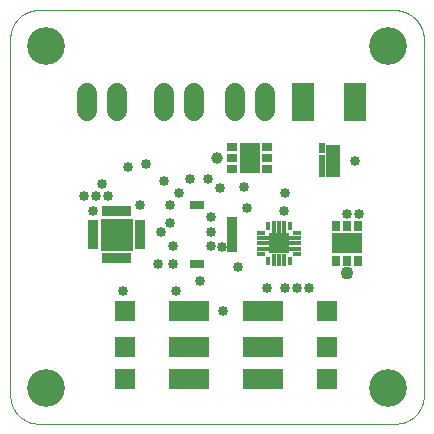
<source format=gts>
G04 EAGLE Gerber RS-274X export*
G75*
%MOMM*%
%FSLAX35Y35*%
%LPD*%
%INsolder_mask_top*%
%IPPOS*%
%AMOC8*
5,1,8,0,0,1.08239X$1,22.5*%
G01*
%ADD10C,0.000000*%
%ADD11R,1.703200X2.503200*%
%ADD12R,0.913200X0.663200*%
%ADD13R,2.703200X2.703200*%
%ADD14R,0.503200X0.953200*%
%ADD15R,0.953200X0.503200*%
%ADD16R,1.153200X2.703200*%
%ADD17R,0.503200X1.973200*%
%ADD18R,0.503200X0.853200*%
%ADD19C,1.703200*%
%ADD20R,1.703200X1.703200*%
%ADD21R,0.453200X1.003200*%
%ADD22R,1.003200X0.453200*%
%ADD23R,0.753200X0.453200*%
%ADD24R,0.453200X0.753200*%
%ADD25R,0.903200X0.503200*%
%ADD26R,1.203200X0.803200*%
%ADD27R,1.903200X3.203200*%
%ADD28R,1.803200X1.803200*%
%ADD29R,2.503200X1.703200*%
%ADD30R,0.663200X0.913200*%
%ADD31C,0.853200*%
%ADD32C,3.203200*%
%ADD33C,1.003200*%
%ADD34C,1.103200*%


D10*
X250000Y0D02*
X3250000Y0D01*
X3500000Y225000D02*
X3500000Y3275000D01*
X3225000Y3500000D02*
X250000Y3500000D01*
X0Y3275000D02*
X0Y225000D01*
X0Y3275000D02*
X371Y3280735D01*
X881Y3286460D01*
X1529Y3292170D01*
X2315Y3297864D01*
X3238Y3303536D01*
X4298Y3309185D01*
X5494Y3314806D01*
X6826Y3320397D01*
X8292Y3325954D01*
X9892Y3331474D01*
X11626Y3336954D01*
X13491Y3342390D01*
X15487Y3347780D01*
X17612Y3353120D01*
X19866Y3358406D01*
X22247Y3363637D01*
X24754Y3368809D01*
X27385Y3373919D01*
X30138Y3378963D01*
X33013Y3383940D01*
X36007Y3388846D01*
X39119Y3393678D01*
X42347Y3398433D01*
X45688Y3403109D01*
X49142Y3407703D01*
X52706Y3412212D01*
X56377Y3416633D01*
X60154Y3420965D01*
X64035Y3425204D01*
X68018Y3429348D01*
X72099Y3433395D01*
X76276Y3437342D01*
X80548Y3441186D01*
X84912Y3444927D01*
X89365Y3448561D01*
X93904Y3452086D01*
X98527Y3455500D01*
X103231Y3458802D01*
X108014Y3461989D01*
X112872Y3465060D01*
X117803Y3468012D01*
X122804Y3470844D01*
X127872Y3473555D01*
X133003Y3476142D01*
X138196Y3478605D01*
X143447Y3480942D01*
X148753Y3483150D01*
X154111Y3485230D01*
X159517Y3487180D01*
X164969Y3488999D01*
X170463Y3490686D01*
X175997Y3492239D01*
X181566Y3493658D01*
X187168Y3494942D01*
X192799Y3496090D01*
X198457Y3497102D01*
X204137Y3497977D01*
X209837Y3498715D01*
X215553Y3499314D01*
X221281Y3499775D01*
X227020Y3500098D01*
X232764Y3500282D01*
X238511Y3500327D01*
X244257Y3500233D01*
X250000Y3500000D01*
X3225000Y3500000D02*
X3231143Y3500538D01*
X3237297Y3500926D01*
X3243459Y3501162D01*
X3249625Y3501247D01*
X3255791Y3501180D01*
X3261953Y3500962D01*
X3268109Y3500594D01*
X3274253Y3500074D01*
X3280383Y3499403D01*
X3286494Y3498582D01*
X3292584Y3497612D01*
X3298648Y3496492D01*
X3304682Y3495224D01*
X3310684Y3493808D01*
X3316649Y3492246D01*
X3322574Y3490537D01*
X3328455Y3488684D01*
X3334289Y3486686D01*
X3340072Y3484546D01*
X3345801Y3482265D01*
X3351472Y3479844D01*
X3357083Y3477285D01*
X3362628Y3474588D01*
X3368106Y3471757D01*
X3373512Y3468792D01*
X3378845Y3465694D01*
X3384099Y3462467D01*
X3389273Y3459113D01*
X3394363Y3455632D01*
X3399366Y3452027D01*
X3404279Y3448300D01*
X3409099Y3444454D01*
X3413823Y3440491D01*
X3418449Y3436414D01*
X3422973Y3432224D01*
X3427393Y3427924D01*
X3431706Y3423517D01*
X3435909Y3419005D01*
X3440001Y3414392D01*
X3443978Y3409679D01*
X3447839Y3404871D01*
X3451580Y3399969D01*
X3455199Y3394977D01*
X3458695Y3389897D01*
X3462066Y3384733D01*
X3465309Y3379489D01*
X3468422Y3374166D01*
X3471403Y3368768D01*
X3474251Y3363299D01*
X3476964Y3357761D01*
X3479540Y3352159D01*
X3481978Y3346495D01*
X3484276Y3340773D01*
X3486433Y3334996D01*
X3488448Y3329168D01*
X3490319Y3323292D01*
X3492045Y3317372D01*
X3493626Y3311412D01*
X3495060Y3305415D01*
X3496346Y3299384D01*
X3497484Y3293323D01*
X3498472Y3287237D01*
X3499311Y3281128D01*
X3500000Y3275000D01*
X3500000Y225000D02*
X3499629Y219265D01*
X3499119Y213540D01*
X3498471Y207830D01*
X3497685Y202136D01*
X3496762Y196464D01*
X3495702Y190815D01*
X3494506Y185194D01*
X3493174Y179603D01*
X3491708Y174046D01*
X3490108Y168526D01*
X3488374Y163046D01*
X3486509Y157610D01*
X3484513Y152220D01*
X3482388Y146880D01*
X3480134Y141594D01*
X3477753Y136363D01*
X3475246Y131191D01*
X3472615Y126081D01*
X3469862Y121037D01*
X3466987Y116060D01*
X3463993Y111154D01*
X3460881Y106322D01*
X3457653Y101567D01*
X3454312Y96891D01*
X3450858Y92297D01*
X3447294Y87788D01*
X3443623Y83367D01*
X3439846Y79035D01*
X3435965Y74796D01*
X3431982Y70652D01*
X3427901Y66605D01*
X3423724Y62658D01*
X3419452Y58814D01*
X3415088Y55073D01*
X3410635Y51439D01*
X3406096Y47914D01*
X3401473Y44500D01*
X3396769Y41198D01*
X3391986Y38011D01*
X3387128Y34940D01*
X3382197Y31988D01*
X3377196Y29156D01*
X3372128Y26445D01*
X3366997Y23858D01*
X3361804Y21395D01*
X3356553Y19058D01*
X3351247Y16850D01*
X3345889Y14770D01*
X3340483Y12820D01*
X3335031Y11001D01*
X3329537Y9314D01*
X3324003Y7761D01*
X3318434Y6342D01*
X3312832Y5058D01*
X3307201Y3910D01*
X3301543Y2898D01*
X3295863Y2023D01*
X3290163Y1285D01*
X3284447Y686D01*
X3278719Y225D01*
X3272980Y-98D01*
X3267236Y-282D01*
X3261489Y-327D01*
X3255743Y-233D01*
X3250000Y0D01*
X250000Y0D02*
X244257Y-233D01*
X238511Y-327D01*
X232764Y-282D01*
X227020Y-98D01*
X221281Y225D01*
X215553Y686D01*
X209837Y1285D01*
X204137Y2023D01*
X198457Y2898D01*
X192799Y3910D01*
X187168Y5058D01*
X181566Y6342D01*
X175997Y7761D01*
X170463Y9314D01*
X164969Y11001D01*
X159517Y12820D01*
X154111Y14770D01*
X148753Y16850D01*
X143447Y19058D01*
X138196Y21395D01*
X133003Y23858D01*
X127872Y26445D01*
X122804Y29156D01*
X117803Y31988D01*
X112872Y34940D01*
X108014Y38011D01*
X103231Y41198D01*
X98527Y44500D01*
X93904Y47914D01*
X89365Y51439D01*
X84912Y55073D01*
X80548Y58814D01*
X76276Y62658D01*
X72099Y66605D01*
X68018Y70652D01*
X64035Y74796D01*
X60154Y79035D01*
X56377Y83367D01*
X52706Y87788D01*
X49142Y92297D01*
X45688Y96891D01*
X42347Y101567D01*
X39119Y106322D01*
X36007Y111154D01*
X33013Y116060D01*
X30138Y121037D01*
X27385Y126081D01*
X24754Y131191D01*
X22247Y136363D01*
X19866Y141594D01*
X17612Y146880D01*
X15487Y152220D01*
X13491Y157610D01*
X11626Y163046D01*
X9892Y168526D01*
X8292Y174046D01*
X6826Y179603D01*
X5494Y185194D01*
X4298Y190815D01*
X3238Y196464D01*
X2315Y202136D01*
X1529Y207830D01*
X881Y213540D01*
X371Y219265D01*
X0Y225000D01*
X3225000Y3500000D02*
X3231143Y3500538D01*
X3237297Y3500926D01*
X3243459Y3501162D01*
X3249625Y3501247D01*
X3255791Y3501180D01*
X3261953Y3500962D01*
X3268109Y3500594D01*
X3274253Y3500074D01*
X3280383Y3499403D01*
X3286494Y3498582D01*
X3292584Y3497612D01*
X3298648Y3496492D01*
X3304682Y3495224D01*
X3310684Y3493808D01*
X3316649Y3492246D01*
X3322574Y3490537D01*
X3328455Y3488684D01*
X3334289Y3486686D01*
X3340072Y3484546D01*
X3345801Y3482265D01*
X3351472Y3479844D01*
X3357083Y3477285D01*
X3362628Y3474588D01*
X3368106Y3471757D01*
X3373512Y3468792D01*
X3378845Y3465694D01*
X3384099Y3462467D01*
X3389273Y3459113D01*
X3394363Y3455632D01*
X3399366Y3452027D01*
X3404279Y3448300D01*
X3409099Y3444454D01*
X3413823Y3440491D01*
X3418449Y3436414D01*
X3422973Y3432224D01*
X3427393Y3427924D01*
X3431706Y3423517D01*
X3435909Y3419005D01*
X3440001Y3414392D01*
X3443978Y3409679D01*
X3447839Y3404871D01*
X3451580Y3399969D01*
X3455199Y3394977D01*
X3458695Y3389897D01*
X3462066Y3384733D01*
X3465309Y3379489D01*
X3468422Y3374166D01*
X3471403Y3368768D01*
X3474251Y3363299D01*
X3476964Y3357761D01*
X3479540Y3352159D01*
X3481978Y3346495D01*
X3484276Y3340773D01*
X3486433Y3334996D01*
X3488448Y3329168D01*
X3490319Y3323292D01*
X3492045Y3317372D01*
X3493626Y3311412D01*
X3495060Y3305415D01*
X3496346Y3299384D01*
X3497484Y3293323D01*
X3498472Y3287237D01*
X3499311Y3281128D01*
X3500000Y3275000D01*
X3500000Y225000D02*
X3499629Y219265D01*
X3499119Y213540D01*
X3498471Y207830D01*
X3497685Y202136D01*
X3496762Y196464D01*
X3495702Y190815D01*
X3494506Y185194D01*
X3493174Y179603D01*
X3491708Y174046D01*
X3490108Y168526D01*
X3488374Y163046D01*
X3486509Y157610D01*
X3484513Y152220D01*
X3482388Y146880D01*
X3480134Y141594D01*
X3477753Y136363D01*
X3475246Y131191D01*
X3472615Y126081D01*
X3469862Y121037D01*
X3466987Y116060D01*
X3463993Y111154D01*
X3460881Y106322D01*
X3457653Y101567D01*
X3454312Y96891D01*
X3450858Y92297D01*
X3447294Y87788D01*
X3443623Y83367D01*
X3439846Y79035D01*
X3435965Y74796D01*
X3431982Y70652D01*
X3427901Y66605D01*
X3423724Y62658D01*
X3419452Y58814D01*
X3415088Y55073D01*
X3410635Y51439D01*
X3406096Y47914D01*
X3401473Y44500D01*
X3396769Y41198D01*
X3391986Y38011D01*
X3387128Y34940D01*
X3382197Y31988D01*
X3377196Y29156D01*
X3372128Y26445D01*
X3366997Y23858D01*
X3361804Y21395D01*
X3356553Y19058D01*
X3351247Y16850D01*
X3345889Y14770D01*
X3340483Y12820D01*
X3335031Y11001D01*
X3329537Y9314D01*
X3324003Y7761D01*
X3318434Y6342D01*
X3312832Y5058D01*
X3307201Y3910D01*
X3301543Y2898D01*
X3295863Y2023D01*
X3290163Y1285D01*
X3284447Y686D01*
X3278719Y225D01*
X3272980Y-98D01*
X3267236Y-282D01*
X3261489Y-327D01*
X3255743Y-233D01*
X3250000Y0D01*
X250000Y0D02*
X244257Y-233D01*
X238511Y-327D01*
X232764Y-282D01*
X227020Y-98D01*
X221281Y225D01*
X215553Y686D01*
X209837Y1285D01*
X204137Y2023D01*
X198457Y2898D01*
X192799Y3910D01*
X187168Y5058D01*
X181566Y6342D01*
X175997Y7761D01*
X170463Y9314D01*
X164969Y11001D01*
X159517Y12820D01*
X154111Y14770D01*
X148753Y16850D01*
X143447Y19058D01*
X138196Y21395D01*
X133003Y23858D01*
X127872Y26445D01*
X122804Y29156D01*
X117803Y31988D01*
X112872Y34940D01*
X108014Y38011D01*
X103231Y41198D01*
X98527Y44500D01*
X93904Y47914D01*
X89365Y51439D01*
X84912Y55073D01*
X80548Y58814D01*
X76276Y62658D01*
X72099Y66605D01*
X68018Y70652D01*
X64035Y74796D01*
X60154Y79035D01*
X56377Y83367D01*
X52706Y87788D01*
X49142Y92297D01*
X45688Y96891D01*
X42347Y101567D01*
X39119Y106322D01*
X36007Y111154D01*
X33013Y116060D01*
X30138Y121037D01*
X27385Y126081D01*
X24754Y131191D01*
X22247Y136363D01*
X19866Y141594D01*
X17612Y146880D01*
X15487Y152220D01*
X13491Y157610D01*
X11626Y163046D01*
X9892Y168526D01*
X8292Y174046D01*
X6826Y179603D01*
X5494Y185194D01*
X4298Y190815D01*
X3238Y196464D01*
X2315Y202136D01*
X1529Y207830D01*
X881Y213540D01*
X371Y219265D01*
X0Y225000D01*
D11*
X2025000Y2250000D03*
D12*
X1877000Y2344000D03*
X1877000Y2250000D03*
X1877000Y2156000D03*
X2173000Y2250000D03*
X2173000Y2155000D03*
X2173000Y2345000D03*
D13*
X900000Y1600000D03*
D14*
X800000Y1800000D03*
X850000Y1800000D03*
X900000Y1800000D03*
X950000Y1800000D03*
X1000000Y1800000D03*
X1000000Y1400000D03*
X950000Y1400000D03*
X900000Y1400000D03*
X850000Y1400000D03*
X800000Y1400000D03*
D15*
X1100000Y1500000D03*
X1100000Y1550000D03*
X1100000Y1600000D03*
X1100000Y1650000D03*
X1100000Y1700000D03*
X700000Y1700000D03*
X700000Y1650000D03*
X700000Y1600000D03*
X700000Y1550000D03*
X700000Y1500000D03*
D16*
X2732560Y2225405D03*
D17*
X2640000Y2178720D03*
D18*
X2640340Y2337610D03*
D19*
X1552000Y2650000D02*
X1552000Y2800000D01*
X1298000Y2800000D02*
X1298000Y2650000D01*
X902000Y2650000D02*
X902000Y2800000D01*
X648000Y2800000D02*
X648000Y2650000D01*
D20*
X2275000Y1525000D03*
D21*
X2230000Y1665000D03*
X2275000Y1665000D03*
X2320000Y1665000D03*
X2230000Y1385000D03*
X2275000Y1385000D03*
X2320000Y1385000D03*
D22*
X2410000Y1480000D03*
X2410000Y1525000D03*
X2410000Y1570000D03*
X2135000Y1480000D03*
X2135000Y1525000D03*
X2135000Y1570000D03*
D23*
X2123000Y1435000D03*
D24*
X2185000Y1373000D03*
X2185000Y1677000D03*
D23*
X2123000Y1615000D03*
D24*
X2365000Y1677000D03*
X2365000Y1373000D03*
D23*
X2423000Y1435000D03*
X2423000Y1615000D03*
D19*
X2152000Y2650000D02*
X2152000Y2800000D01*
X1898000Y2800000D02*
X1898000Y2650000D01*
D25*
X1877000Y1575000D03*
X1877000Y1625000D03*
X1877000Y1675000D03*
X1877000Y1525000D03*
X1877000Y1475000D03*
X1877000Y1725000D03*
D26*
X1577000Y1850000D03*
X1577000Y1350000D03*
D27*
X2480000Y2725000D03*
X2920000Y2725000D03*
D28*
X1430000Y950000D03*
X970000Y950000D03*
X2055000Y950000D03*
X1595000Y950000D03*
X2680000Y950000D03*
X2220000Y950000D03*
X1430000Y650000D03*
X970000Y650000D03*
X2055000Y650000D03*
X1595000Y650000D03*
X2680000Y650000D03*
X2220000Y650000D03*
X1430000Y375000D03*
X970000Y375000D03*
X2055000Y375000D03*
X1595000Y375000D03*
X2680000Y375000D03*
X2220000Y375000D03*
D29*
X2850000Y1525000D03*
D30*
X2944000Y1673000D03*
X2850000Y1673000D03*
X2756000Y1673000D03*
X2850000Y1377000D03*
X2755000Y1377000D03*
X2945000Y1377000D03*
D31*
X2950000Y1775000D03*
D32*
X300000Y3200000D03*
X300000Y300000D03*
X3200000Y300000D03*
X3200000Y3200000D03*
D31*
X700000Y1800000D03*
X1925000Y1325000D03*
X2000000Y1825000D03*
X1250000Y1350000D03*
X1350000Y1850000D03*
X2275000Y1525000D03*
X1400000Y1125000D03*
X1100000Y1850000D03*
X950000Y1125000D03*
X2325000Y1950000D03*
X1675000Y2075000D03*
X1525000Y2075000D03*
D33*
X1750000Y2250000D03*
D31*
X1700000Y1625000D03*
X1700000Y1750000D03*
X1700000Y1500000D03*
X1425000Y1950000D03*
X825000Y1925000D03*
X725000Y1925000D03*
X2917500Y2225000D03*
X1375000Y1350000D03*
X2525000Y1150000D03*
X2425000Y1150000D03*
X1608462Y1208462D03*
X2325000Y1150000D03*
X2175000Y1150000D03*
X1150000Y2200000D03*
X1775000Y1994200D03*
X1977007Y2000800D03*
X1350000Y1700000D03*
X1275000Y1625000D03*
X1375000Y1500000D03*
X775000Y2025000D03*
X625000Y1925000D03*
X1000000Y2175000D03*
X1789500Y1497576D03*
X1800000Y950000D03*
X2313064Y1797500D03*
X2850000Y1775000D03*
D34*
X2850000Y1275000D03*
D31*
X1300000Y2050000D03*
M02*

</source>
